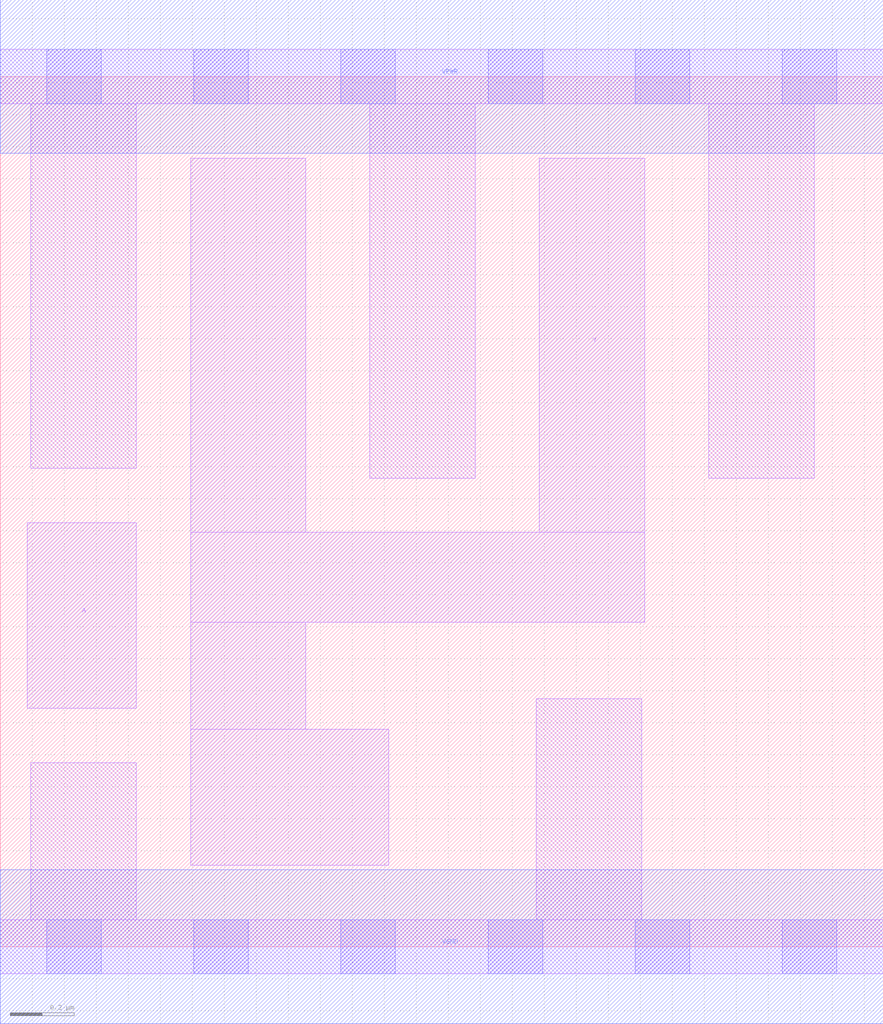
<source format=lef>
# Copyright 2020 The SkyWater PDK Authors
#
# Licensed under the Apache License, Version 2.0 (the "License");
# you may not use this file except in compliance with the License.
# You may obtain a copy of the License at
#
#     https://www.apache.org/licenses/LICENSE-2.0
#
# Unless required by applicable law or agreed to in writing, software
# distributed under the License is distributed on an "AS IS" BASIS,
# WITHOUT WARRANTIES OR CONDITIONS OF ANY KIND, either express or implied.
# See the License for the specific language governing permissions and
# limitations under the License.
#
# SPDX-License-Identifier: Apache-2.0

VERSION 5.7 ;
  NOWIREEXTENSIONATPIN ON ;
  DIVIDERCHAR "/" ;
  BUSBITCHARS "[]" ;
UNITS
  DATABASE MICRONS 200 ;
END UNITS
MACRO sky130_fd_sc_hd__clkinvlp_4
  CLASS CORE ;
  FOREIGN sky130_fd_sc_hd__clkinvlp_4 ;
  ORIGIN  0.000000  0.000000 ;
  SIZE  2.760000 BY  2.720000 ;
  SYMMETRY X Y R90 ;
  SITE unithd ;
  PIN A
    ANTENNAGATEAREA  1.330000 ;
    DIRECTION INPUT ;
    USE SIGNAL ;
    PORT
      LAYER li1 ;
        RECT 0.085000 0.745000 0.425000 1.325000 ;
    END
  END A
  PIN Y
    ANTENNADIFFAREA  0.714000 ;
    DIRECTION OUTPUT ;
    USE SIGNAL ;
    PORT
      LAYER li1 ;
        RECT 0.595000 0.255000 1.215000 0.680000 ;
        RECT 0.595000 0.680000 0.955000 1.015000 ;
        RECT 0.595000 1.015000 2.015000 1.295000 ;
        RECT 0.595000 1.295000 0.955000 2.465000 ;
        RECT 1.685000 1.295000 2.015000 2.465000 ;
    END
  END Y
  PIN VGND
    DIRECTION INOUT ;
    SHAPE ABUTMENT ;
    USE GROUND ;
    PORT
      LAYER met1 ;
        RECT 0.000000 -0.240000 2.760000 0.240000 ;
    END
  END VGND
  PIN VPWR
    DIRECTION INOUT ;
    SHAPE ABUTMENT ;
    USE POWER ;
    PORT
      LAYER met1 ;
        RECT 0.000000 2.480000 2.760000 2.960000 ;
    END
  END VPWR
  OBS
    LAYER li1 ;
      RECT 0.000000 -0.085000 2.760000 0.085000 ;
      RECT 0.000000  2.635000 2.760000 2.805000 ;
      RECT 0.095000  0.085000 0.425000 0.575000 ;
      RECT 0.095000  1.495000 0.425000 2.635000 ;
      RECT 1.155000  1.465000 1.485000 2.635000 ;
      RECT 1.675000  0.085000 2.005000 0.775000 ;
      RECT 2.215000  1.465000 2.545000 2.635000 ;
    LAYER mcon ;
      RECT 0.145000 -0.085000 0.315000 0.085000 ;
      RECT 0.145000  2.635000 0.315000 2.805000 ;
      RECT 0.605000 -0.085000 0.775000 0.085000 ;
      RECT 0.605000  2.635000 0.775000 2.805000 ;
      RECT 1.065000 -0.085000 1.235000 0.085000 ;
      RECT 1.065000  2.635000 1.235000 2.805000 ;
      RECT 1.525000 -0.085000 1.695000 0.085000 ;
      RECT 1.525000  2.635000 1.695000 2.805000 ;
      RECT 1.985000 -0.085000 2.155000 0.085000 ;
      RECT 1.985000  2.635000 2.155000 2.805000 ;
      RECT 2.445000 -0.085000 2.615000 0.085000 ;
      RECT 2.445000  2.635000 2.615000 2.805000 ;
  END
END sky130_fd_sc_hd__clkinvlp_4
END LIBRARY

</source>
